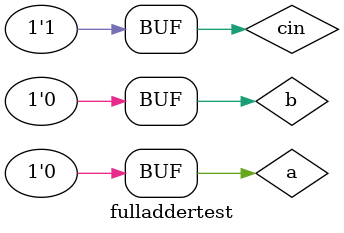
<source format=v>
`timescale 1ns / 1ps

module fulladdertest;

	// Inputs
	reg a;
	reg b;
	reg cin;

	// Outputs
	wire s;
	wire cout;

	// Instantiate the Unit Under Test (UUT)
	fulladder uut (
		.a(a), 
		.b(b), 
		.cin(cin), 
		.s(s), 
		.cout(cout)
	);

	initial begin
		a = 0;
		b = 0;
		cin = 0;

		#100;
      a = 1;
		b = 1;
		cin = 0;
		
		#100;
      a = 1;
		b = 1;
		cin = 1;
			
		#100;
      a = 0;
		b = 1;
		cin = 0;
		
		#100;
      a = 0;
		b = 1;
		cin = 1;
		
		#100;
      a = 0;
		b = 0;
		cin = 1;
		
	end
      
endmodule


</source>
